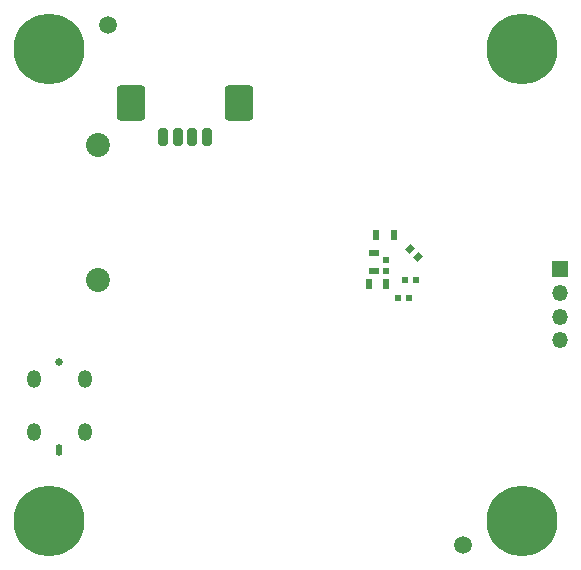
<source format=gbs>
G04 #@! TF.GenerationSoftware,KiCad,Pcbnew,6.0.0-d3dd2cf0fa~116~ubuntu20.04.1*
G04 #@! TF.CreationDate,2022-01-19T00:48:53+01:00*
G04 #@! TF.ProjectId,OtterCam-s3,4f747465-7243-4616-9d2d-73332e6b6963,rev?*
G04 #@! TF.SameCoordinates,Original*
G04 #@! TF.FileFunction,Soldermask,Bot*
G04 #@! TF.FilePolarity,Negative*
%FSLAX46Y46*%
G04 Gerber Fmt 4.6, Leading zero omitted, Abs format (unit mm)*
G04 Created by KiCad (PCBNEW 6.0.0-d3dd2cf0fa~116~ubuntu20.04.1) date 2022-01-19 00:48:53*
%MOMM*%
%LPD*%
G01*
G04 APERTURE LIST*
G04 Aperture macros list*
%AMRoundRect*
0 Rectangle with rounded corners*
0 $1 Rounding radius*
0 $2 $3 $4 $5 $6 $7 $8 $9 X,Y pos of 4 corners*
0 Add a 4 corners polygon primitive as box body*
4,1,4,$2,$3,$4,$5,$6,$7,$8,$9,$2,$3,0*
0 Add four circle primitives for the rounded corners*
1,1,$1+$1,$2,$3*
1,1,$1+$1,$4,$5*
1,1,$1+$1,$6,$7*
1,1,$1+$1,$8,$9*
0 Add four rect primitives between the rounded corners*
20,1,$1+$1,$2,$3,$4,$5,0*
20,1,$1+$1,$4,$5,$6,$7,0*
20,1,$1+$1,$6,$7,$8,$9,0*
20,1,$1+$1,$8,$9,$2,$3,0*%
%AMRotRect*
0 Rectangle, with rotation*
0 The origin of the aperture is its center*
0 $1 length*
0 $2 width*
0 $3 Rotation angle, in degrees counterclockwise*
0 Add horizontal line*
21,1,$1,$2,0,0,$3*%
G04 Aperture macros list end*
%ADD10R,1.350000X1.350000*%
%ADD11O,1.350000X1.350000*%
%ADD12O,0.580000X1.000000*%
%ADD13C,0.660000*%
%ADD14O,1.200000X1.500000*%
%ADD15C,2.030000*%
%ADD16C,1.520000*%
%ADD17R,0.600000X0.900000*%
%ADD18R,0.500000X0.600000*%
%ADD19R,0.600000X0.500000*%
%ADD20RotRect,0.500000X0.600000X135.000000*%
%ADD21R,0.900000X0.600000*%
%ADD22C,0.800000*%
%ADD23C,6.000000*%
%ADD24RoundRect,0.200000X-0.200000X-0.550000X0.200000X-0.550000X0.200000X0.550000X-0.200000X0.550000X0*%
%ADD25RoundRect,0.285600X-0.914400X-1.214400X0.914400X-1.214400X0.914400X1.214400X-0.914400X1.214400X0*%
G04 APERTURE END LIST*
D10*
X98200000Y-73700000D03*
D11*
X98200000Y-75700000D03*
X98200000Y-77700000D03*
X98200000Y-79700000D03*
D12*
X55850000Y-89000000D03*
D13*
X55850000Y-81500000D03*
D14*
X53700000Y-87500000D03*
X58000000Y-83000000D03*
X53700000Y-83000000D03*
X58000000Y-87500000D03*
D15*
X59120000Y-74615000D03*
X59120000Y-63185000D03*
D16*
X60000000Y-53000000D03*
X90000000Y-97000000D03*
D17*
X82050000Y-74900000D03*
X83550000Y-74900000D03*
D18*
X84510000Y-76150000D03*
X85450000Y-76150000D03*
D19*
X83500000Y-72930000D03*
X83500000Y-73870000D03*
D20*
X86232340Y-72632340D03*
X85567660Y-71967660D03*
D21*
X82500000Y-72350000D03*
X82500000Y-73850000D03*
D17*
X82650000Y-70800000D03*
X84150000Y-70800000D03*
D22*
X55000000Y-57250000D03*
X56590990Y-56590990D03*
D23*
X55000000Y-55000000D03*
D22*
X56590990Y-53409010D03*
X57250000Y-55000000D03*
X53409010Y-53409010D03*
X52750000Y-55000000D03*
X53409010Y-56590990D03*
X55000000Y-52750000D03*
X56590990Y-96590990D03*
X56590990Y-93409010D03*
X52750000Y-95000000D03*
X55000000Y-92750000D03*
X57250000Y-95000000D03*
X53409010Y-96590990D03*
X55000000Y-97250000D03*
D23*
X55000000Y-95000000D03*
D22*
X53409010Y-93409010D03*
D23*
X95000000Y-55000000D03*
D22*
X95000000Y-52750000D03*
X95000000Y-57250000D03*
X96590990Y-56590990D03*
X97250000Y-55000000D03*
X92750000Y-55000000D03*
X93409010Y-53409010D03*
X96590990Y-53409010D03*
X93409010Y-56590990D03*
X92750000Y-95000000D03*
X97250000Y-95000000D03*
D23*
X95000000Y-95000000D03*
D22*
X96590990Y-96590990D03*
X96590990Y-93409010D03*
X95000000Y-97250000D03*
X93409010Y-93409010D03*
X93409010Y-96590990D03*
X95000000Y-92750000D03*
D18*
X85130000Y-74600000D03*
X86070000Y-74600000D03*
D24*
X64625000Y-62450000D03*
X65875000Y-62450000D03*
X67125000Y-62450000D03*
X68375000Y-62450000D03*
D25*
X71075000Y-59600000D03*
X61925000Y-59600000D03*
M02*

</source>
